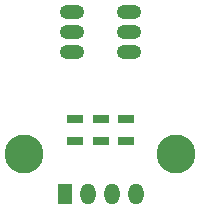
<source format=gts>
%TF.GenerationSoftware,KiCad,Pcbnew,4.0.7-e2-6376~58~ubuntu16.04.1*%
%TF.CreationDate,2018-01-20T15:51:19+01:00*%
%TF.ProjectId,RGBModule,5247424D6F64756C652E6B696361645F,rev?*%
%TF.FileFunction,Soldermask,Top*%
%FSLAX46Y46*%
G04 Gerber Fmt 4.6, Leading zero omitted, Abs format (unit mm)*
G04 Created by KiCad (PCBNEW 4.0.7-e2-6376~58~ubuntu16.04.1) date Sat Jan 20 15:51:19 2018*
%MOMM*%
%LPD*%
G01*
G04 APERTURE LIST*
%ADD10C,0.100000*%
%ADD11C,3.300000*%
%ADD12O,2.098980X1.199820*%
%ADD13R,1.300000X1.800000*%
%ADD14O,1.300000X1.800000*%
%ADD15R,1.400000X0.800000*%
G04 APERTURE END LIST*
D10*
D11*
X15240000Y-17780000D03*
D12*
X11287760Y-9192260D03*
X11287760Y-7493000D03*
X11287760Y-5793740D03*
X6492240Y-5793740D03*
X6492240Y-7493000D03*
X6492240Y-9192260D03*
D13*
X5842000Y-21209000D03*
D14*
X7842000Y-21209000D03*
X9842000Y-21209000D03*
X11842000Y-21209000D03*
D15*
X11049000Y-16698000D03*
X11049000Y-14798000D03*
X8890000Y-14798000D03*
X8890000Y-16698000D03*
X6731000Y-14798000D03*
X6731000Y-16698000D03*
D11*
X2413000Y-17780000D03*
M02*

</source>
